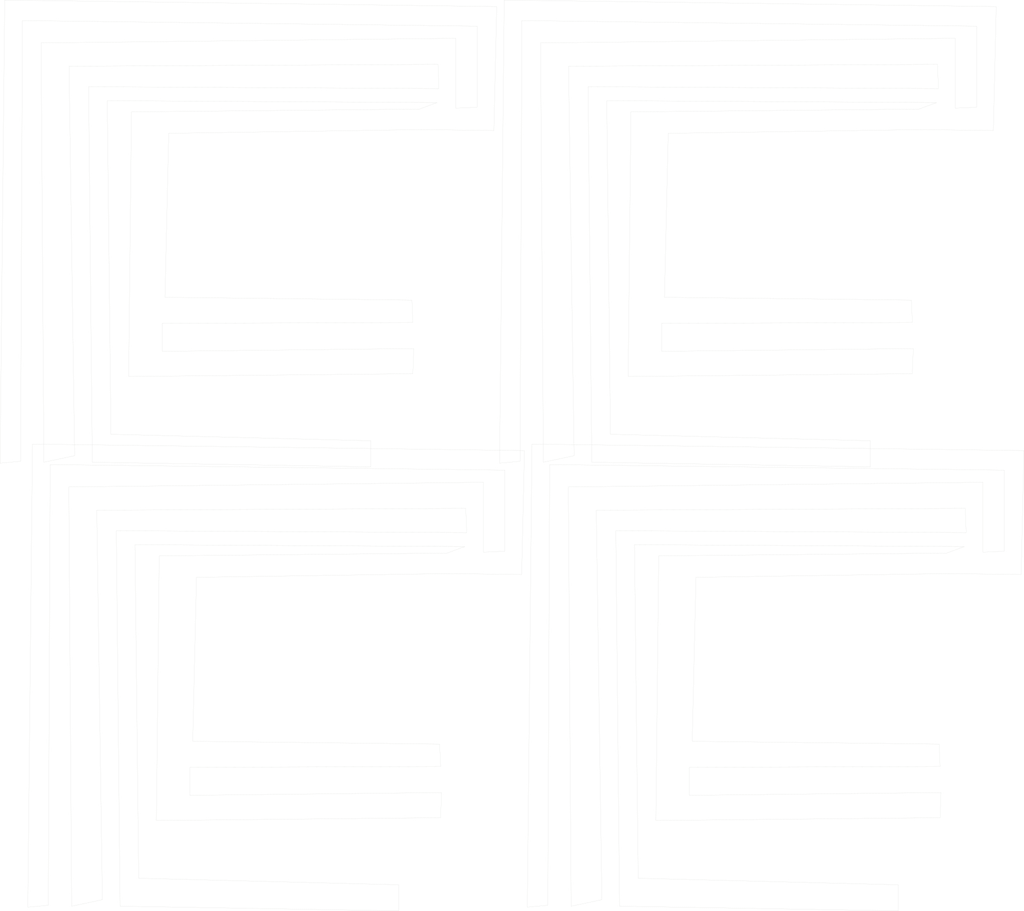
<source format=kicad_pcb>
(kicad_pcb (version 20221018) (generator pcbnew)

  (general
    (thickness 1.6)
  )

  (paper "A4")
  (layers
    (0 "F.Cu" signal)
    (31 "B.Cu" signal)
    (32 "B.Adhes" user "B.Adhesive")
    (33 "F.Adhes" user "F.Adhesive")
    (34 "B.Paste" user)
    (35 "F.Paste" user)
    (36 "B.SilkS" user "B.Silkscreen")
    (37 "F.SilkS" user "F.Silkscreen")
    (38 "B.Mask" user)
    (39 "F.Mask" user)
    (40 "Dwgs.User" user "User.Drawings")
    (41 "Cmts.User" user "User.Comments")
    (42 "Eco1.User" user "User.Eco1")
    (43 "Eco2.User" user "User.Eco2")
    (44 "Edge.Cuts" user)
    (45 "Margin" user)
    (46 "B.CrtYd" user "B.Courtyard")
    (47 "F.CrtYd" user "F.Courtyard")
    (48 "B.Fab" user)
    (49 "F.Fab" user)
    (50 "User.1" user)
    (51 "User.2" user)
    (52 "User.3" user)
    (53 "User.4" user)
    (54 "User.5" user)
    (55 "User.6" user)
    (56 "User.7" user)
    (57 "User.8" user)
    (58 "User.9" user)
  )

  (setup
    (stackup
      (layer "F.SilkS" (type "Top Silk Screen"))
      (layer "F.Paste" (type "Top Solder Paste"))
      (layer "F.Mask" (type "Top Solder Mask") (thickness 0.01))
      (layer "F.Cu" (type "copper") (thickness 0.035))
      (layer "dielectric 1" (type "core") (thickness 1.51) (material "FR4") (epsilon_r 4.5) (loss_tangent 0.02))
      (layer "B.Cu" (type "copper") (thickness 0.035))
      (layer "B.Mask" (type "Bottom Solder Mask") (thickness 0.01))
      (layer "B.Paste" (type "Bottom Solder Paste"))
      (layer "B.SilkS" (type "Bottom Silk Screen"))
      (layer "F.SilkS" (type "Top Silk Screen"))
      (layer "F.Paste" (type "Top Solder Paste"))
      (layer "F.Mask" (type "Top Solder Mask") (thickness 0.01))
      (layer "F.Cu" (type "copper") (thickness 0.035))
      (layer "dielectric 1" (type "core") (thickness 1.51) (material "FR4") (epsilon_r 4.5) (loss_tangent 0.02))
      (layer "B.Cu" (type "copper") (thickness 0.035))
      (layer "B.Mask" (type "Bottom Solder Mask") (thickness 0.01))
      (layer "B.Paste" (type "Bottom Solder Paste"))
      (layer "B.SilkS" (type "Bottom Silk Screen"))
      (layer "F.SilkS" (type "Top Silk Screen"))
      (layer "F.Paste" (type "Top Solder Paste"))
      (layer "F.Mask" (type "Top Solder Mask") (thickness 0.01))
      (layer "F.Cu" (type "copper") (thickness 0.035))
      (layer "dielectric 1" (type "core") (thickness 1.51) (material "FR4") (epsilon_r 4.5) (loss_tangent 0.02))
      (layer "B.Cu" (type "copper") (thickness 0.035))
      (layer "B.Mask" (type "Bottom Solder Mask") (thickness 0.01))
      (layer "B.Paste" (type "Bottom Solder Paste"))
      (layer "B.SilkS" (type "Bottom Silk Screen"))
      (layer "F.SilkS" (type "Top Silk Screen"))
      (layer "F.Paste" (type "Top Solder Paste"))
      (layer "F.Mask" (type "Top Solder Mask") (thickness 0.01))
      (layer "F.Cu" (type "copper") (thickness 0.035))
      (layer "dielectric 1" (type "core") (thickness 1.51) (material "FR4") (epsilon_r 4.5) (loss_tangent 0.02))
      (layer "B.Cu" (type "copper") (thickness 0.035))
      (layer "B.Mask" (type "Bottom Solder Mask") (thickness 0.01))
      (layer "B.Paste" (type "Bottom Solder Paste"))
      (layer "B.SilkS" (type "Bottom Silk Screen"))
      (copper_finish "None")
      (dielectric_constraints no)
    )
    (pad_to_mask_clearance 0)
    (pcbplotparams
      (layerselection 0x00010fc_ffffffff)
      (plot_on_all_layers_selection 0x0000000_00000000)
      (disableapertmacros false)
      (usegerberextensions false)
      (usegerberattributes true)
      (usegerberadvancedattributes true)
      (creategerberjobfile true)
      (dashed_line_dash_ratio 12.000000)
      (dashed_line_gap_ratio 3.000000)
      (svgprecision 4)
      (plotframeref false)
      (viasonmask false)
      (mode 1)
      (useauxorigin false)
      (hpglpennumber 1)
      (hpglpenspeed 20)
      (hpglpendiameter 15.000000)
      (dxfpolygonmode true)
      (dxfimperialunits true)
      (dxfusepcbnewfont true)
      (psnegative false)
      (psa4output false)
      (plotreference true)
      (plotvalue true)
      (plotinvisibletext false)
      (sketchpadsonfab false)
      (subtractmaskfromsilk false)
      (outputformat 1)
      (mirror false)
      (drillshape 1)
      (scaleselection 1)
      (outputdirectory "")
    )
  )

  (net 0 "")

  (gr_line (start 43.149937 192.47989) (end 44.489937 327.78989)
    (stroke (width 0.05) (type default)) (layer "Edge.Cuts") (tstamp 062d7455-a104-4325-9012-60c2c585cc25))
  (gr_line (start 206.099937 25.08989) (end 339.059937 24.41989)
    (stroke (width 0.05) (type default)) (layer "Edge.Cuts") (tstamp 08a41ef5-d618-4201-9078-9a09971f9e93))
  (gr_line (start 159.999937 295.88989) (end 160.329937 286.82989)
    (stroke (width 0.05) (type default)) (layer "Edge.Cuts") (tstamp 0e12dbaa-418f-47da-b772-201065a13a39))
  (gr_line (start 8.639937 167.44989) (end 9.309937 8.63989)
    (stroke (width 0.05) (type default)) (layer "Edge.Cuts") (tstamp 10a783a2-930d-41c0-93e8-c61e367da392))
  (gr_line (start 152.349937 40.53989) (end 48.599937 41.53989)
    (stroke (width 0.05) (type default)) (layer "Edge.Cuts") (tstamp 1137c78e-4528-4a0b-b734-ec82a831c09a))
  (gr_line (start 72.029937 209.26989) (end 163.019937 207.91989)
    (stroke (width 0.05) (type default)) (layer "Edge.Cuts") (tstamp 12cb8c88-e97c-4ba0-87b3-ce2efd54355e))
  (gr_line (start 355.439937 175.01989) (end 206.029937 176.69989)
    (stroke (width 0.05) (type default)) (layer "Edge.Cuts") (tstamp 14e6370d-b104-48c2-b914-416a2144a0f8))
  (gr_line (start 339.059937 24.41989) (end 339.399937 33.14989)
    (stroke (width 0.05) (type default)) (layer "Edge.Cuts") (tstamp 157b2c2e-9303-4c33-a803-ab3e06b79d2b))
  (gr_line (start 216.099937 185.08989) (end 349.059937 184.41989)
    (stroke (width 0.05) (type default)) (layer "Edge.Cuts") (tstamp 168cf2a5-3170-4acf-bdb8-9460993b1167))
  (gr_line (start 149.999937 135.88989) (end 150.329937 126.82989)
    (stroke (width 0.05) (type default)) (layer "Edge.Cuts") (tstamp 17e7da8d-d507-4c96-8ca3-f8f64c34b0d6))
  (gr_line (start 180.219937 3.59989) (end 2.929937 1.24989)
    (stroke (width 0.05) (type default)) (layer "Edge.Cuts") (tstamp 1cba3821-5fae-4587-9f79-8470302e2b72))
  (gr_line (start 41.209937 157.71989) (end 39.869937 37.50989)
    (stroke (width 0.05) (type default)) (layer "Edge.Cuts") (tstamp 1dd17374-964b-441f-b3a9-e956f994232e))
  (gr_line (start 339.999937 295.88989) (end 340.329937 286.82989)
    (stroke (width 0.05) (type default)) (layer "Edge.Cuts") (tstamp 1ec89b96-2960-48c6-9b94-322acabc52f4))
  (gr_line (start 345.439937 40.19989) (end 345.439937 15.01989)
    (stroke (width 0.05) (type default)) (layer "Edge.Cuts") (tstamp 1fd0e3f4-2b4c-4d8e-a3ad-e9bb5723a38f))
  (gr_line (start 342.349937 200.53989) (end 238.599937 201.53989)
    (stroke (width 0.05) (type default)) (layer "Edge.Cuts") (tstamp 237d930f-bbd8-4f37-aa09-1569fc1cb587))
  (gr_line (start 196.029937 16.69989) (end 197.039937 167.78989)
    (stroke (width 0.05) (type default)) (layer "Edge.Cuts") (tstamp 2653fcbf-13ec-4eba-b958-34b48e85e624))
  (gr_line (start 179.209937 48.25989) (end 180.219937 3.59989)
    (stroke (width 0.05) (type default)) (layer "Edge.Cuts") (tstamp 2654dc4e-02ae-4e93-a297-d972babb615b))
  (gr_line (start 191.249937 328.12989) (end 198.639937 327.44989)
    (stroke (width 0.05) (type default)) (layer "Edge.Cuts") (tstamp 277f9d27-8688-4f16-8656-3e450968f36d))
  (gr_line (start 353.159937 39.85989) (end 345.439937 40.19989)
    (stroke (width 0.05) (type default)) (layer "Edge.Cuts") (tstamp 2826cc59-d5e1-43cd-b4c1-f05546568f18))
  (gr_line (start 28.119937 165.43989) (end 26.099937 25.08989)
    (stroke (width 0.05) (type default)) (layer "Edge.Cuts") (tstamp 2844be34-a1fa-423b-8c5f-13ddf7ac31ee))
  (gr_line (start 229.869937 197.50989) (end 348.729937 198.18989)
    (stroke (width 0.05) (type default)) (layer "Edge.Cuts") (tstamp 2c3cb3fa-ba6e-4ab9-ac86-d5dfe6345de3))
  (gr_line (start 314.889937 169.46989) (end 314.889937 160.06989)
    (stroke (width 0.05) (type default)) (layer "Edge.Cuts") (tstamp 2d6d7e65-f7fb-4df2-8fe3-c452385a72f0))
  (gr_line (start 345.439937 15.01989) (end 196.029937 16.69989)
    (stroke (width 0.05) (type default)) (layer "Edge.Cuts") (tstamp 2f30d952-08e5-4dc6-a25c-9ba30c8e7c44))
  (gr_line (start 237.589937 296.89989) (end 339.999937 295.88989)
    (stroke (width 0.05) (type default)) (layer "Edge.Cuts") (tstamp 315a2911-0cc3-4bb1-b0aa-be6cbc94b09b))
  (gr_line (start 197.039937 167.78989) (end 208.119937 165.43989)
    (stroke (width 0.05) (type default)) (layer "Edge.Cuts") (tstamp 348af52b-e78c-4c4b-a25b-baef59959571))
  (gr_line (start 175.439937 200.19989) (end 175.439937 175.01989)
    (stroke (width 0.05) (type default)) (layer "Edge.Cuts") (tstamp 37a3e5dc-9352-4151-9c06-28e7b63d7999))
  (gr_line (start 12.929937 161.24989) (end 11.249937 328.12989)
    (stroke (width 0.05) (type default)) (layer "Edge.Cuts") (tstamp 380a2cc6-c8bd-4add-8712-97cca802e07c))
  (gr_line (start 49.869937 197.50989) (end 168.729937 198.18989)
    (stroke (width 0.05) (type default)) (layer "Edge.Cuts") (tstamp 42580dc3-e1f4-4e4b-b9c2-c940e604c1fe))
  (gr_line (start 239.679937 117.75989) (end 329.999937 117.42989)
    (stroke (width 0.05) (type default)) (layer "Edge.Cuts") (tstamp 43588587-d514-4bb0-a0a6-46ea96f560ad))
  (gr_line (start 206.029937 176.69989) (end 207.039937 327.78989)
    (stroke (width 0.05) (type default)) (layer "Edge.Cuts") (tstamp 436cc5bb-0ac6-4835-b950-f4baf1c4e4fb))
  (gr_line (start 60.679937 108.35989) (end 62.029937 49.26989)
    (stroke (width 0.05) (type default)) (layer "Edge.Cuts") (tstamp 4530c22b-6560-4f59-bfee-672dd045b131))
  (gr_line (start 62.029937 49.26989) (end 153.019937 47.91989)
    (stroke (width 0.05) (type default)) (layer "Edge.Cuts") (tstamp 457e661e-43b9-4499-b453-9937b8a9b733))
  (gr_line (start 363.159937 199.85989) (end 355.439937 200.19989)
    (stroke (width 0.05) (type default)) (layer "Edge.Cuts") (tstamp 45df988c-8b54-445d-8fc6-262f70e19a57))
  (gr_line (start 333.019937 47.91989) (end 359.209937 48.25989)
    (stroke (width 0.05) (type default)) (layer "Edge.Cuts") (tstamp 46098b1e-1fb3-4868-aad6-cb3171c0df12))
  (gr_line (start 163.019937 207.91989) (end 189.209937 208.25989)
    (stroke (width 0.05) (type default)) (layer "Edge.Cuts") (tstamp 47aa3824-b59d-40e4-8154-dda49dc16f1d))
  (gr_line (start 70.679937 268.35989) (end 72.029937 209.26989)
    (stroke (width 0.05) (type default)) (layer "Edge.Cuts") (tstamp 47dd1780-606f-4a16-8eee-95f592fd898c))
  (gr_line (start 213.149937 32.47989) (end 214.489937 167.78989)
    (stroke (width 0.05) (type default)) (layer "Edge.Cuts") (tstamp 49c3b58c-46a6-45d2-a25f-5ac254eb758e))
  (gr_line (start 324.889937 329.46989) (end 324.889937 320.06989)
    (stroke (width 0.05) (type default)) (layer "Edge.Cuts") (tstamp 4a53daee-75f1-4f17-b897-b944fe51262b))
  (gr_line (start 240.679937 108.35989) (end 242.029937 49.26989)
    (stroke (width 0.05) (type default)) (layer "Edge.Cuts") (tstamp 4ade592f-0f13-4ded-b0e4-4bab02c070d4))
  (gr_line (start 169.399937 193.14989) (end 43.149937 192.47989)
    (stroke (width 0.05) (type default)) (layer "Edge.Cuts") (tstamp 4b337f75-9a4a-4907-bf59-75fec762602f))
  (gr_line (start 27.039937 327.78989) (end 38.119937 325.43989)
    (stroke (width 0.05) (type default)) (layer "Edge.Cuts") (tstamp 4d8cd635-0f35-4776-be35-db433f0de011))
  (gr_line (start 363.159937 170.64989) (end 363.159937 199.85989)
    (stroke (width 0.05) (type default)) (layer "Edge.Cuts") (tstamp 4eddb82f-eab8-4214-b652-16cd1224b601))
  (gr_line (start 343.019937 207.91989) (end 369.209937 208.25989)
    (stroke (width 0.05) (type default)) (layer "Edge.Cuts") (tstamp 509f42c1-17f1-47d1-bf41-9f2722acaf00))
  (gr_line (start 349.059937 184.41989) (end 349.399937 193.14989)
    (stroke (width 0.05) (type default)) (layer "Edge.Cuts") (tstamp 5260002b-d414-4b59-9147-ead773836b3c))
  (gr_line (start 250.679937 268.35989) (end 252.029937 209.26989)
    (stroke (width 0.05) (type default)) (layer "Edge.Cuts") (tstamp 528c37f2-2c4a-4d19-956a-048108f1e1f6))
  (gr_line (start 16.029937 16.69989) (end 17.039937 167.78989)
    (stroke (width 0.05) (type default)) (layer "Edge.Cuts") (tstamp 56840c5d-c2bb-4c94-9c10-005873e1b596))
  (gr_line (start 252.029937 209.26989) (end 343.019937 207.91989)
    (stroke (width 0.05) (type default)) (layer "Edge.Cuts") (tstamp 58cbc5b4-7f54-4046-a360-de555949e866))
  (gr_line (start 238.599937 201.53989) (end 237.589937 296.89989)
    (stroke (width 0.05) (type default)) (layer "Edge.Cuts") (tstamp 5bbb70f6-d791-4cb9-ae65-39d82b0c2542))
  (gr_line (start 39.869937 37.50989) (end 158.729937 38.18989)
    (stroke (width 0.05) (type default)) (layer "Edge.Cuts") (tstamp 5ddc07d4-9371-4ee8-9db5-6d21061211ae))
  (gr_line (start 224.489937 327.78989) (end 324.889937 329.46989)
    (stroke (width 0.05) (type default)) (layer "Edge.Cuts") (tstamp 5ee3e627-889d-4919-b564-3228d4d33235))
  (gr_line (start 169.059937 184.41989) (end 169.399937 193.14989)
    (stroke (width 0.05) (type default)) (layer "Edge.Cuts") (tstamp 5ff92305-bd65-42d4-a0c0-88dcd57bb9a5))
  (gr_line (start 183.159937 199.85989) (end 175.439937 200.19989)
    (stroke (width 0.05) (type default)) (layer "Edge.Cuts") (tstamp 6186ab67-efd9-494a-a730-470d9cfb893d))
  (gr_line (start 188.639937 167.44989) (end 189.309937 8.63989)
    (stroke (width 0.05) (type default)) (layer "Edge.Cuts") (tstamp 622a0f83-12f4-437a-8ef3-f25c29929492))
  (gr_line (start 162.349937 200.53989) (end 58.599937 201.53989)
    (stroke (width 0.05) (type default)) (layer "Edge.Cuts") (tstamp 62c11f7f-dbf7-4d42-9697-11c7018a7782))
  (gr_line (start 218.119937 325.43989) (end 216.099937 185.08989)
    (stroke (width 0.05) (type default)) (layer "Edge.Cuts") (tstamp 66332b40-6711-4c17-90bb-5dbc4e3b7b19))
  (gr_line (start 340.329937 286.82989) (end 249.679937 287.82989)
    (stroke (width 0.05) (type default)) (layer "Edge.Cuts") (tstamp 6841179d-27e4-4c76-b1e0-563dd21076b0))
  (gr_line (start 47.589937 136.89989) (end 149.999937 135.88989)
    (stroke (width 0.05) (type default)) (layer "Edge.Cuts") (tstamp 68a55e96-ef86-4370-9cb0-aacafcaddbe9))
  (gr_line (start 181.249937 168.12989) (end 188.639937 167.44989)
    (stroke (width 0.05) (type default)) (layer "Edge.Cuts") (tstamp 6b87031b-16d7-4c45-8a89-b65cf9a9cfc3))
  (gr_line (start 355.439937 200.19989) (end 355.439937 175.01989)
    (stroke (width 0.05) (type default)) (layer "Edge.Cuts") (tstamp 6bf62096-5c9a-466f-9ea1-b2d4f88bdd6c))
  (gr_line (start 38.119937 325.43989) (end 36.099937 185.08989)
    (stroke (width 0.05) (type default)) (layer "Edge.Cuts") (tstamp 6c4f6afa-1260-4b63-8d92-46cc9eb6a0e5))
  (gr_line (start 228.599937 41.53989) (end 227.589937 136.89989)
    (stroke (width 0.05) (type default)) (layer "Edge.Cuts") (tstamp 6d6fd5d2-6792-4821-99db-0a0cfdbdcfd4))
  (gr_line (start 144.889937 320.06989) (end 51.209937 317.71989)
    (stroke (width 0.05) (type default)) (layer "Edge.Cuts") (tstamp 70a5c8e2-b9a0-4405-ac20-dff424fbbbbd))
  (gr_line (start 159.659937 269.36989) (end 70.679937 268.35989)
    (stroke (width 0.05) (type default)) (layer "Edge.Cuts") (tstamp 710cb2d5-3121-4a4f-955a-6796fcd9f6ee))
  (gr_line (start 165.439937 15.01989) (end 16.029937 16.69989)
    (stroke (width 0.05) (type default)) (layer "Edge.Cuts") (tstamp 717bdf51-868d-43f6-b682-0ee0717dfc11))
  (gr_line (start 26.099937 25.08989) (end 159.059937 24.41989)
    (stroke (width 0.05) (type default)) (layer "Edge.Cuts") (tstamp 750b3621-800b-40ef-af89-4c732d0a9229))
  (gr_line (start 189.209937 208.25989) (end 190.219937 163.59989)
    (stroke (width 0.05) (type default)) (layer "Edge.Cuts") (tstamp 7a6f3ca0-11bd-4356-89a4-080f7cfcd2d3))
  (gr_line (start 59.679937 117.75989) (end 149.999937 117.42989)
    (stroke (width 0.05) (type default)) (layer "Edge.Cuts") (tstamp 7b574d14-6ac0-48fe-9612-b7cd1ecc1a89))
  (gr_line (start 149.659937 109.36989) (end 60.679937 108.35989)
    (stroke (width 0.05) (type default)) (layer "Edge.Cuts") (tstamp 80a8f015-a1bf-4441-b720-86f1e790d308))
  (gr_line (start 231.209937 317.71989) (end 229.869937 197.50989)
    (stroke (width 0.05) (type default)) (layer "Edge.Cuts") (tstamp 8254da62-72cc-4cb7-aedd-a7443b0360de))
  (gr_line (start 159.399937 33.14989) (end 33.149937 32.47989)
    (stroke (width 0.05) (type default)) (layer "Edge.Cuts") (tstamp 8495a25d-a2cf-4211-8db1-a46db7093757))
  (gr_line (start 369.209937 208.25989) (end 370.219937 163.59989)
    (stroke (width 0.05) (type default)) (layer "Edge.Cuts") (tstamp 849784f2-5e3c-49e8-9303-996938806c05))
  (gr_line (start 69.679937 287.82989) (end 69.679937 277.75989)
    (stroke (width 0.05) (type default)) (layer "Edge.Cuts") (tstamp 8523e61e-32f2-4a46-9649-310a6ef3afd4))
  (gr_line (start 173.159937 10.64989) (end 173.159937 39.85989)
    (stroke (width 0.05) (type default)) (layer "Edge.Cuts") (tstamp 85e7f988-ff71-475d-8d29-a7c12af3bc35))
  (gr_line (start 208.119937 165.43989) (end 206.099937 25.08989)
    (stroke (width 0.05) (type default)) (layer "Edge.Cuts") (tstamp 88b6a36a-881b-4baa-8f4a-c5293106fcd9))
  (gr_line (start 249.679937 287.82989) (end 249.679937 277.75989)
    (stroke (width 0.05) (type default)) (layer "Edge.Cuts") (tstamp 89ba710b-698b-44ca-b4ae-c4421f193997))
  (gr_line (start 134.889937 160.06989) (end 41.209937 157.71989)
    (stroke (width 0.05) (type default)) (layer "Edge.Cuts") (tstamp 9162b148-6485-4eb7-83bc-94c0fe4a0afd))
  (gr_line (start 339.399937 33.14989) (end 213.149937 32.47989)
    (stroke (width 0.05) (type default)) (layer "Edge.Cuts") (tstamp 9282df4f-de09-464d-b99f-47c4344ddcb5))
  (gr_line (start 221.209937 157.71989) (end 219.869937 37.50989)
    (stroke (width 0.05) (type default)) (layer "Edge.Cuts") (tstamp 978874a8-6ce8-41df-8885-f21f2e004617))
  (gr_line (start 348.729937 198.18989) (end 342.349937 200.53989)
    (stroke (width 0.05) (type default)) (layer "Edge.Cuts") (tstamp 982f9474-c69b-4d92-b3f9-401ceaa9dd2f))
  (gr_line (start 19.309937 168.63989) (end 183.159937 170.64989)
    (stroke (width 0.05) (type default)) (layer "Edge.Cuts") (tstamp 98824a7b-085b-4dfb-b4e8-c7369138ef5d))
  (gr_line (start 189.309937 8.63989) (end 353.159937 10.64989)
    (stroke (width 0.05) (type default)) (layer "Edge.Cuts") (tstamp 98d95213-06b2-4754-abd0-6984103f64e5))
  (gr_line (start 48.599937 41.53989) (end 47.589937 136.89989)
    (stroke (width 0.05) (type default)) (layer "Edge.Cuts") (tstamp 9c8dc081-6903-455c-b6b8-c1cd264fc7d5))
  (gr_line (start 359.209937 48.25989) (end 360.219937 3.59989)
    (stroke (width 0.05) (type default)) (layer "Edge.Cuts") (tstamp a35a228e-809b-47d9-9673-e2eaad3b9b53))
  (gr_line (start 168.729937 198.18989) (end 162.349937 200.53989)
    (stroke (width 0.05) (type default)) (layer "Edge.Cuts") (tstamp a5821b5d-f94d-4b49-a94f-e2b1e9f86377))
  (gr_line (start 370.219937 163.59989) (end 192.929937 161.24989)
    (stroke (width 0.05) (type default)) (layer "Edge.Cuts") (tstamp a5c4cd44-8bbb-45a8-8eff-d82871fe95d0))
  (gr_line (start 314.889937 160.06989) (end 221.209937 157.71989)
    (stroke (width 0.05) (type default)) (layer "Edge.Cuts") (tstamp a5eb5ba3-fe6c-4120-8a57-dece43bcbd61))
  (gr_line (start 134.889937 169.46989) (end 134.889937 160.06989)
    (stroke (width 0.05) (type default)) (layer "Edge.Cuts") (tstamp a6a7eb32-6960-43d8-95ac-73a8f0074b98))
  (gr_line (start 9.309937 8.63989) (end 173.159937 10.64989)
    (stroke (width 0.05) (type default)) (layer "Edge.Cuts") (tstamp a8dee936-ee10-4905-929e-0e3a177f0f6f))
  (gr_line (start 150.329937 126.82989) (end 59.679937 127.82989)
    (stroke (width 0.05) (type default)) (layer "Edge.Cuts") (tstamp a97f796e-a3e5-40f0-8685-c242b6ff9cda))
  (gr_line (start 190.219937 163.59989) (end 12.929937 161.24989)
    (stroke (width 0.05) (type default)) (layer "Edge.Cuts") (tstamp aa3bb7ce-3da2-45e5-a221-e0bdf6893272))
  (gr_line (start 36.099937 185.08989) (end 169.059937 184.41989)
    (stroke (width 0.05) (type default)) (layer "Edge.Cuts") (tstamp ab13a09f-3620-4f87-8b3a-584b23e392e1))
  (gr_line (start 239.679937 127.82989) (end 239.679937 117.75989)
    (stroke (width 0.05) (type default)) (layer "Edge.Cuts") (tstamp ab6972c2-abd8-42c3-b86d-3a0c5d0d1310))
  (gr_line (start 69.679937 277.75989) (end 159.999937 277.42989)
    (stroke (width 0.05) (type default)) (layer "Edge.Cuts") (tstamp ab70dc3e-2fc3-4f3c-b47a-790849845b2a))
  (gr_line (start 34.489937 167.78989) (end 134.889937 169.46989)
    (stroke (width 0.05) (type default)) (layer "Edge.Cuts") (tstamp ac90bf02-22bf-4bb6-9505-2605057fb7f2))
  (gr_line (start 349.399937 193.14989) (end 223.149937 192.47989)
    (stroke (width 0.05) (type default)) (layer "Edge.Cuts") (tstamp ae927100-3bf7-4f2e-b950-9351c003616a))
  (gr_line (start 249.679937 277.75989) (end 339.999937 277.42989)
    (stroke (width 0.05) (type default)) (layer "Edge.Cuts") (tstamp af0bcb7d-8e5f-4156-a22d-e9299a1a1417))
  (gr_line (start 26.029937 176.69989) (end 27.039937 327.78989)
    (stroke (width 0.05) (type default)) (layer "Edge.Cuts") (tstamp af1adfe8-3f10-4098-9192-22b4d99755d1))
  (gr_line (start 59.679937 127.82989) (end 59.679937 117.75989)
    (stroke (width 0.05) (type default)) (layer "Edge.Cuts") (tstamp b1580712-cd0d-4149-9d96-b558f82aa215))
  (gr_line (start 175.439937 175.01989) (end 26.029937 176.69989)
    (stroke (width 0.05) (type default)) (layer "Edge.Cuts") (tstamp b7391a4c-bfbb-4917-a24f-19d114d0216b))
  (gr_line (start 242.029937 49.26989) (end 333.019937 47.91989)
    (stroke (width 0.05) (type default)) (layer "Edge.Cuts") (tstamp b84d4add-4a44-440f-bef5-12b801afd767))
  (gr_line (start 144.889937 329.46989) (end 144.889937 320.06989)
    (stroke (width 0.05) (type default)) (layer "Edge.Cuts") (tstamp b92a306c-5436-4c18-9f2a-ca0c725d4264))
  (gr_line (start 58.599937 201.53989) (end 57.589937 296.89989)
    (stroke (width 0.05) (type default)) (layer "Edge.Cuts") (tstamp b9a0ca6b-9407-44ba-a6af-52eb509a1453))
  (gr_line (start 44.489937 327.78989) (end 144.889937 329.46989)
    (stroke (width 0.05) (type default)) (layer "Edge.Cuts") (tstamp bf2da06e-035c-46c7-876a-9bb2dff33f49))
  (gr_line (start 173.159937 39.85989) (end 165.439937 40.19989)
    (stroke (width 0.05) (type default)) (layer "Edge.Cuts") (tstamp bfe99465-ef38-42f9-8934-7154f6094b48))
  (gr_line (start 11.249937 328.12989) (end 18.639937 327.44989)
    (stroke (width 0.05) (type default)) (layer "Edge.Cuts") (tstamp c0b456d2-d93d-40ce-bea8-0a233bd46ef0))
  (gr_line (start 329.999937 135.88989) (end 330.329937 126.82989)
    (stroke (width 0.05) (type default)) (layer "Edge.Cuts") (tstamp c0e9c81d-8252-43b8-acb1-481f422f319c))
  (gr_line (start 219.869937 37.50989) (end 338.729937 38.18989)
    (stroke (width 0.05) (type default)) (layer "Edge.Cuts") (tstamp c227ebb6-e136-4861-a060-e604146b83b3))
  (gr_line (start 159.999937 277.42989) (end 159.659937 269.36989)
    (stroke (width 0.05) (type default)) (layer "Edge.Cuts") (tstamp c40035d3-676f-4fe6-b055-520440a80c06))
  (gr_line (start 158.729937 38.18989) (end 152.349937 40.53989)
    (stroke (width 0.05) (type default)) (layer "Edge.Cuts") (tstamp c447e4b6-0e7c-4262-a0f1-7e21f3842003))
  (gr_line (start 227.589937 136.89989) (end 329.999937 135.88989)
    (stroke (width 0.05) (type default)) (layer "Edge.Cuts") (tstamp c48e4d66-0075-4007-ae3b-5a2f5f58283b))
  (gr_line (start 149.999937 117.42989) (end 149.659937 109.36989)
    (stroke (width 0.05) (type default)) (layer "Edge.Cuts") (tstamp c666b126-ee9a-4b81-87d0-80fd2976db33))
  (gr_line (start 57.589937 296.89989) (end 159.999937 295.88989)
    (stroke (width 0.05) (type default)) (layer "Edge.Cuts") (tstamp c958eb6a-6eb4-4a9b-9c1e-8310af60d854))
  (gr_line (start 17.039937 167.78989) (end 28.119937 165.43989)
    (stroke (width 0.05) (type default)) (layer "Edge.Cuts") (tstamp cadfab58-a50a-4674-a025-8d4f3f347883))
  (gr_line (start 33.149937 32.47989) (end 34.489937 167.78989)
    (stroke (width 0.05) (type default)) (layer "Edge.Cuts") (tstamp cc6f7e0a-31ec-472d-9e67-ea388f08b4c4))
  (gr_line (start 214.489937 167.78989) (end 314.889937 169.46989)
    (stroke (width 0.05) (type default)) (layer "Edge.Cuts") (tstamp ccc5962a-f78c-4077-a59a-c42b7fd4c6cd))
  (gr_line (start 360.219937 3.59989) (end 182.929937 1.24989)
    (stroke (width 0.05) (type default)) (layer "Edge.Cuts") (tstamp ce4517ae-4477-4984-a4ff-3efcdc4f434e))
  (gr_line (start 339.659937 269.36989) (end 250.679937 268.35989)
    (stroke (width 0.05) (type default)) (layer "Edge.Cuts") (tstamp ced8a62f-3923-45bb-8046-792922056936))
  (gr_line (start 159.059937 24.41989) (end 159.399937 33.14989)
    (stroke (width 0.05) (type default)) (layer "Edge.Cuts") (tstamp d4354b72-dbd1-4cf8-8256-b388220e8e14))
  (gr_line (start 329.999937 117.42989) (end 329.659937 109.36989)
    (stroke (width 0.05) (type default)) (layer "Edge.Cuts") (tstamp d476c188-b959-4096-8316-eb7cdd6ee37b))
  (gr_line (start 160.329937 286.82989) (end 69.679937 287.82989)
    (stroke (width 0.05) (type default)) (layer "Edge.Cuts") (tstamp d924e914-91b0-42c4-bbe5-55a1aa7115ae))
  (gr_line (start 353.159937 10.64989) (end 353.159937 39.85989)
    (stroke (width 0.05) (type default)) (layer "Edge.Cuts") (tstamp db30a56c-dbc4-435d-a1af-5eaeb491af50))
  (gr_line (start 207.039937 327.78989) (end 218.119937 325.43989)
    (stroke (width 0.05) (type default)) (layer "Edge.Cuts") (tstamp ddce66aa-6fa5-44a8-bff5-a0d65eff375e))
  (gr_line (start 153.019937 47.91989) (end 179.209937 48.25989)
    (stroke (width 0.05) (type default)) (layer "Edge.Cuts") (tstamp df4e2aef-f530-4130-9cde-c304d7171967))
  (gr_line (start 330.329937 126.82989) (end 239.679937 127.82989)
    (stroke (width 0.05) (type default)) (layer "Edge.Cuts") (tstamp e6a204b0-c1d7-4ee1-9bed-e30814f2be49))
  (gr_line (start 332.349937 40.53989) (end 228.599937 41.53989)
    (stroke (width 0.05) (type default)) (layer "Edge.Cuts") (tstamp e6f6e248-2af4-4df5-b3e3-22c4bd01a341))
  (gr_line (start 1.249937 168.12989) (end 8.639937 167.44989)
    (stroke (width 0.05) (type default)) (layer "Edge.Cuts") (tstamp e830b7ee-9e2a-41ed-877c-d88afd882dde))
  (gr_line (start 51.209937 317.71989) (end 49.869937 197.50989)
    (stroke (width 0.05) (type default)) (layer "Edge.Cuts") (tstamp e999ba72-bd99-4ab6-91cd-4ecae6243ba5))
  (gr_line (start 182.929937 1.24989) (end 181.249937 168.12989)
    (stroke (width 0.05) (type default)) (layer "Edge.Cuts") (tstamp eb3e3237-a322-476e-8fea-daa764b6b473))
  (gr_line (start 339.999937 277.42989) (end 339.659937 269.36989)
    (stroke (width 0.05) (type default)) (layer "Edge.Cuts") (tstamp eba923a6-71f4-4b7c-95b2-0dc4eefb05fa))
  (gr_line (start 338.729937 38.18989) (end 332.349937 40.53989)
    (stroke (width 0.05) (type default)) (layer "Edge.Cuts") (tstamp edb40ee5-b066-44e8-9567-c81cc7fd66c9))
  (gr_line (start 329.659937 109.36989) (end 240.679937 108.35989)
    (stroke (width 0.05) (type default)) (layer "Edge.Cuts") (tstamp ee5c3110-0369-4b3a-97ec-4ed094c20965))
  (gr_line (start 165.439937 40.19989) (end 165.439937 15.01989)
    (stroke (width 0.05) (type default)) (layer "Edge.Cuts") (tstamp efefb31d-64de-44a7-a44f-6d89dbe2384f))
  (gr_line (start 324.889937 320.06989) (end 231.209937 317.71989)
    (stroke (width 0.05) (type default)) (layer "Edge.Cuts") (tstamp f0e19c53-e732-4f48-9a16-d0a9dd3f6ea7))
  (gr_line (start 183.159937 170.64989) (end 183.159937 199.85989)
    (stroke (width 0.05) (type default)) (layer "Edge.Cuts") (tstamp f1e7c3a8-bc4c-4e54-83de-4a2229d269cb))
  (gr_line (start 198.639937 327.44989) (end 199.309937 168.63989)
    (stroke (width 0.05) (type default)) (layer "Edge.Cuts") (tstamp f2ecd646-1e7d-4eed-9402-beb9a14002b7))
  (gr_line (start 199.309937 168.63989) (end 363.159937 170.64989)
    (stroke (width 0.05) (type default)) (layer "Edge.Cuts") (tstamp f9bd8c74-39b8-4d4d-9d35-eab59852ff4e))
  (gr_line (start 18.639937 327.44989) (end 19.309937 168.63989)
    (stroke (width 0.05) (type default)) (layer "Edge.Cuts") (tstamp fafdd535-7ceb-4da8-87e5-eee6dd02e540))
  (gr_line (start 2.929937 1.24989) (end 1.249937 168.12989)
    (stroke (width 0.05) (type default)) (layer "Edge.Cuts") (tstamp fcc6dc40-2e7c-47b9-a269-600d3c71187e))
  (gr_line (start 192.929937 161.24989) (end 191.249937 328.12989)
    (stroke (width 0.05) (type default)) (layer "Edge.Cuts") (tstamp feb6a377-f0cc-4966-9325-75b67707f08c))
  (gr_line (start 223.149937 192.47989) (end 224.489937 327.78989)
    (stroke (width 0.05) (type default)) (layer "Edge.Cuts") (tstamp fef45426-863c-4b1a-a1fc-af087dc03c34))

)

</source>
